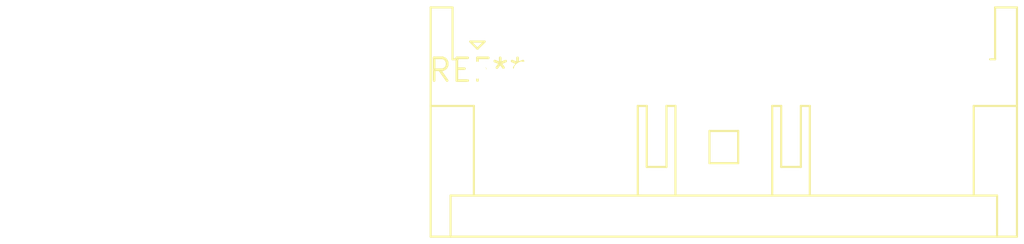
<source format=kicad_pcb>
(kicad_pcb (version 20240108) (generator pcbnew)
  (layers (0 "F.Cu" signal) (31 "B.Cu" signal) (34 "B.Paste" user) (35 "F.Paste" user) (36 "B.SilkS" user "B.Silkscreen") (37 "F.SilkS" user "F.Silkscreen") (38 "B.Mask" user) (39 "F.Mask" user) (44 "Edge.Cuts" user))
  (net 0 "")
  (footprint "JST_XA_S12B-XASK-1N-BN_1x12_P2.50mm_Horizontal" (layer "F.Cu") (at 0 0)
    (property "Reference" "REF**")
    (property "Value" "JST_XA_S12B-XASK-1N-BN_1x12_P2.50mm_Horizontal")
    (fp_line (start -2.61 -3.51) (end -2.61 9.31) (layer "F.SilkS") (stroke (width 0.12)))
    (fp_line (start -2.61 9.31) (end 30.11 9.31) (layer "F.SilkS") (stroke (width 0.12)))
    (fp_line (start -1.5 7.01) (end 29 7.01) (layer "F.SilkS") (stroke (width 0.12)))
    (fp_line (start -1.5 9.31) (end -1.5 7.01) (layer "F.SilkS") (stroke (width 0.12)))
    (fp_line (start -1.39 -3.51) (end -2.61 -3.51) (layer "F.SilkS") (stroke (width 0.12)))
    (fp_line (start -1.39 -0.61) (end -1.39 -3.51) (layer "F.SilkS") (stroke (width 0.12)))
    (fp_line (start -1.11 -0.61) (end -1.39 -0.61) (layer "F.SilkS") (stroke (width 0.12)))
    (fp_line (start -0.4 -1.6) (end 0.4 -1.6) (layer "F.SilkS") (stroke (width 0.12)))
    (fp_line (start -0.2 2) (end -2.61 2) (layer "F.SilkS") (stroke (width 0.12)))
    (fp_line (start -0.2 7.01) (end -0.2 2) (layer "F.SilkS") (stroke (width 0.12)))
    (fp_line (start 0 -1.2) (end -0.4 -1.6) (layer "F.SilkS") (stroke (width 0.12)))
    (fp_line (start 0.4 -1.6) (end 0 -1.2) (layer "F.SilkS") (stroke (width 0.12)))
    (fp_line (start 8.95 2) (end 8.95 7.01) (layer "F.SilkS") (stroke (width 0.12)))
    (fp_line (start 9.45 2) (end 8.95 2) (layer "F.SilkS") (stroke (width 0.12)))
    (fp_line (start 9.45 5.41) (end 9.45 2) (layer "F.SilkS") (stroke (width 0.12)))
    (fp_line (start 10.55 2) (end 10.55 5.41) (layer "F.SilkS") (stroke (width 0.12)))
    (fp_line (start 10.55 5.41) (end 9.45 5.41) (layer "F.SilkS") (stroke (width 0.12)))
    (fp_line (start 11.05 2) (end 10.55 2) (layer "F.SilkS") (stroke (width 0.12)))
    (fp_line (start 11.05 7.01) (end 11.05 2) (layer "F.SilkS") (stroke (width 0.12)))
    (fp_line (start 12.95 3.4) (end 14.55 3.4) (layer "F.SilkS") (stroke (width 0.12)))
    (fp_line (start 12.95 5.2) (end 12.95 3.4) (layer "F.SilkS") (stroke (width 0.12)))
    (fp_line (start 14.55 3.4) (end 14.55 5.2) (layer "F.SilkS") (stroke (width 0.12)))
    (fp_line (start 14.55 5.2) (end 12.95 5.2) (layer "F.SilkS") (stroke (width 0.12)))
    (fp_line (start 16.45 2) (end 16.95 2) (layer "F.SilkS") (stroke (width 0.12)))
    (fp_line (start 16.45 7.01) (end 16.45 2) (layer "F.SilkS") (stroke (width 0.12)))
    (fp_line (start 16.95 2) (end 16.95 5.41) (layer "F.SilkS") (stroke (width 0.12)))
    (fp_line (start 16.95 5.41) (end 18.05 5.41) (layer "F.SilkS") (stroke (width 0.12)))
    (fp_line (start 18.05 2) (end 18.55 2) (layer "F.SilkS") (stroke (width 0.12)))
    (fp_line (start 18.05 5.41) (end 18.05 2) (layer "F.SilkS") (stroke (width 0.12)))
    (fp_line (start 18.55 2) (end 18.55 7.01) (layer "F.SilkS") (stroke (width 0.12)))
    (fp_line (start 27.7 2) (end 30.11 2) (layer "F.SilkS") (stroke (width 0.12)))
    (fp_line (start 27.7 7.01) (end 27.7 2) (layer "F.SilkS") (stroke (width 0.12)))
    (fp_line (start 28.89 -3.51) (end 28.89 -0.61) (layer "F.SilkS") (stroke (width 0.12)))
    (fp_line (start 28.89 -0.61) (end 28.61 -0.61) (layer "F.SilkS") (stroke (width 0.12)))
    (fp_line (start 29 7.01) (end 29 9.31) (layer "F.SilkS") (stroke (width 0.12)))
    (fp_line (start 30.11 -3.51) (end 28.89 -3.51) (layer "F.SilkS") (stroke (width 0.12)))
    (fp_line (start 30.11 9.31) (end 30.11 -3.51) (layer "F.SilkS") (stroke (width 0.12)))
    (pad "1" thru_hole roundrect (at 0 0) (size 1.7 1.95) (drill 0.95) (layers *.Cu *.Mask) (remove_unused_layers) (roundrect_rratio 0.147059))
    (pad "2" thru_hole oval (at 2.5 0) (size 1.7 1.95) (drill 0.95) (layers *.Cu *.Mask) (remove_unused_layers))
    (pad "3" thru_hole oval (at 5 0) (size 1.7 1.95) (drill 0.95) (layers *.Cu *.Mask) (remove_unused_layers))
    (pad "4" thru_hole oval (at 7.5 0) (size 1.7 1.95) (drill 0.95) (layers *.Cu *.Mask) (remove_unused_layers))
    (pad "5" thru_hole oval (at 10 0) (size 1.7 1.95) (drill 0.95) (layers *.Cu *.Mask) (remove_unused_layers))
    (pad "6" thru_hole oval (at 12.5 0) (size 1.7 1.95) (drill 0.95) (layers *.Cu *.Mask) (remove_unused_layers))
    (pad "7" thru_hole oval (at 15 0) (size 1.7 1.95) (drill 0.95) (layers *.Cu *.Mask) (remove_unused_layers))
    (pad "8" thru_hole oval (at 17.5 0) (size 1.7 1.95) (drill 0.95) (layers *.Cu *.Mask) (remove_unused_layers))
    (pad "9" thru_hole oval (at 20 0) (size 1.7 1.95) (drill 0.95) (layers *.Cu *.Mask) (remove_unused_layers))
    (pad "10" thru_hole oval (at 22.5 0) (size 1.7 1.95) (drill 0.95) (layers *.Cu *.Mask) (remove_unused_layers))
    (pad "11" thru_hole oval (at 25 0) (size 1.7 1.95) (drill 0.95) (layers *.Cu *.Mask) (remove_unused_layers))
    (pad "12" thru_hole oval (at 27.5 0) (size 1.7 1.95) (drill 0.95) (layers *.Cu *.Mask) (remove_unused_layers))
  )
)
</source>
